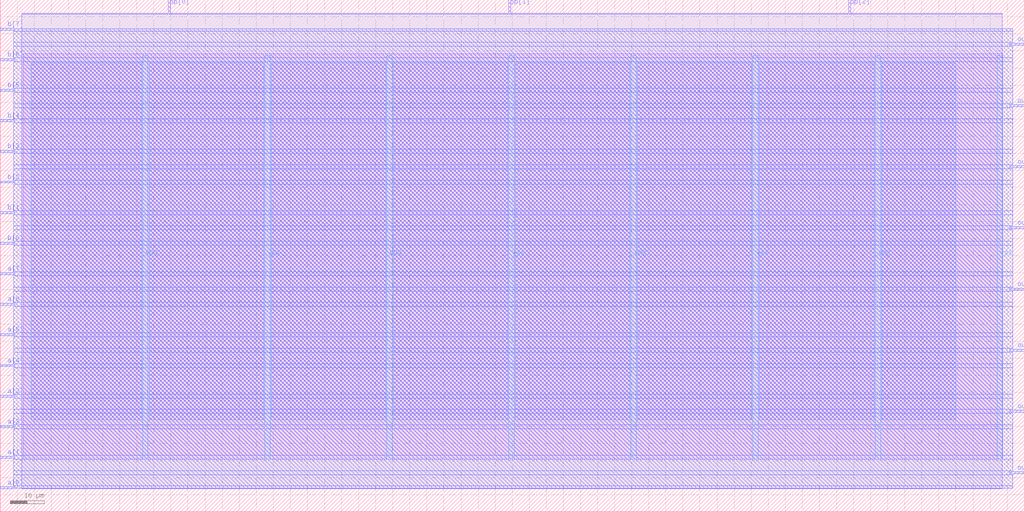
<source format=lef>
VERSION 5.7 ;
  NOWIREEXTENSIONATPIN ON ;
  DIVIDERCHAR "/" ;
  BUSBITCHARS "[]" ;
MACRO fpu8_wrap
  CLASS BLOCK ;
  FOREIGN fpu8_wrap ;
  ORIGIN 0.000 0.000 ;
  SIZE 300.000 BY 150.000 ;
  PIN a[0]
    DIRECTION INPUT ;
    USE SIGNAL ;
    ANTENNAGATEAREA 1.183000 ;
    ANTENNADIFFAREA 0.410400 ;
    PORT
      LAYER Metal3 ;
        RECT 0.000 6.720 4.000 7.280 ;
    END
  END a[0]
  PIN a[1]
    DIRECTION INPUT ;
    USE SIGNAL ;
    ANTENNAGATEAREA 0.498500 ;
    ANTENNADIFFAREA 0.410400 ;
    PORT
      LAYER Metal3 ;
        RECT 0.000 15.680 4.000 16.240 ;
    END
  END a[1]
  PIN a[2]
    DIRECTION INPUT ;
    USE SIGNAL ;
    ANTENNAGATEAREA 0.726000 ;
    ANTENNADIFFAREA 0.410400 ;
    PORT
      LAYER Metal3 ;
        RECT 0.000 24.640 4.000 25.200 ;
    END
  END a[2]
  PIN a[3]
    DIRECTION INPUT ;
    USE SIGNAL ;
    ANTENNAGATEAREA 2.204000 ;
    ANTENNADIFFAREA 0.410400 ;
    PORT
      LAYER Metal3 ;
        RECT 0.000 33.600 4.000 34.160 ;
    END
  END a[3]
  PIN a[4]
    DIRECTION INPUT ;
    USE SIGNAL ;
    ANTENNAGATEAREA 2.204000 ;
    ANTENNADIFFAREA 0.410400 ;
    PORT
      LAYER Metal3 ;
        RECT 0.000 42.560 4.000 43.120 ;
    END
  END a[4]
  PIN a[5]
    DIRECTION INPUT ;
    USE SIGNAL ;
    ANTENNAGATEAREA 2.204000 ;
    ANTENNADIFFAREA 0.410400 ;
    PORT
      LAYER Metal3 ;
        RECT 0.000 51.520 4.000 52.080 ;
    END
  END a[5]
  PIN a[6]
    DIRECTION INPUT ;
    USE SIGNAL ;
    ANTENNAGATEAREA 2.204000 ;
    ANTENNADIFFAREA 0.410400 ;
    PORT
      LAYER Metal3 ;
        RECT 0.000 60.480 4.000 61.040 ;
    END
  END a[6]
  PIN a[7]
    DIRECTION INPUT ;
    USE SIGNAL ;
    ANTENNAGATEAREA 1.102000 ;
    ANTENNADIFFAREA 0.410400 ;
    PORT
      LAYER Metal3 ;
        RECT 0.000 69.440 4.000 70.000 ;
    END
  END a[7]
  PIN b[0]
    DIRECTION INPUT ;
    USE SIGNAL ;
    ANTENNAGATEAREA 0.726000 ;
    ANTENNADIFFAREA 0.410400 ;
    PORT
      LAYER Metal3 ;
        RECT 0.000 78.400 4.000 78.960 ;
    END
  END b[0]
  PIN b[1]
    DIRECTION INPUT ;
    USE SIGNAL ;
    ANTENNAGATEAREA 0.726000 ;
    ANTENNADIFFAREA 0.410400 ;
    PORT
      LAYER Metal3 ;
        RECT 0.000 87.360 4.000 87.920 ;
    END
  END b[1]
  PIN b[2]
    DIRECTION INPUT ;
    USE SIGNAL ;
    ANTENNAGATEAREA 1.102000 ;
    ANTENNADIFFAREA 0.410400 ;
    PORT
      LAYER Metal3 ;
        RECT 0.000 96.320 4.000 96.880 ;
    END
  END b[2]
  PIN b[3]
    DIRECTION INPUT ;
    USE SIGNAL ;
    ANTENNAGATEAREA 1.183000 ;
    ANTENNADIFFAREA 0.410400 ;
    PORT
      LAYER Metal3 ;
        RECT 0.000 105.280 4.000 105.840 ;
    END
  END b[3]
  PIN b[4]
    DIRECTION INPUT ;
    USE SIGNAL ;
    ANTENNAGATEAREA 1.102000 ;
    ANTENNADIFFAREA 0.410400 ;
    PORT
      LAYER Metal3 ;
        RECT 0.000 114.240 4.000 114.800 ;
    END
  END b[4]
  PIN b[5]
    DIRECTION INPUT ;
    USE SIGNAL ;
    ANTENNAGATEAREA 4.408000 ;
    ANTENNADIFFAREA 0.410400 ;
    PORT
      LAYER Metal3 ;
        RECT 0.000 123.200 4.000 123.760 ;
    END
  END b[5]
  PIN b[6]
    DIRECTION INPUT ;
    USE SIGNAL ;
    ANTENNAGATEAREA 4.408000 ;
    ANTENNADIFFAREA 0.410400 ;
    PORT
      LAYER Metal3 ;
        RECT 0.000 132.160 4.000 132.720 ;
    END
  END b[6]
  PIN b[7]
    DIRECTION INPUT ;
    USE SIGNAL ;
    ANTENNAGATEAREA 0.726000 ;
    ANTENNADIFFAREA 0.410400 ;
    PORT
      LAYER Metal3 ;
        RECT 0.000 141.120 4.000 141.680 ;
    END
  END b[7]
  PIN op[0]
    DIRECTION INPUT ;
    USE SIGNAL ;
    ANTENNAGATEAREA 1.102000 ;
    ANTENNADIFFAREA 0.410400 ;
    PORT
      LAYER Metal2 ;
        RECT 49.280 146.000 49.840 150.000 ;
    END
  END op[0]
  PIN op[1]
    DIRECTION INPUT ;
    USE SIGNAL ;
    ANTENNAGATEAREA 0.498500 ;
    ANTENNADIFFAREA 0.410400 ;
    PORT
      LAYER Metal2 ;
        RECT 148.960 146.000 149.520 150.000 ;
    END
  END op[1]
  PIN op[2]
    DIRECTION INPUT ;
    USE SIGNAL ;
    ANTENNAGATEAREA 0.498500 ;
    ANTENNADIFFAREA 0.410400 ;
    PORT
      LAYER Metal2 ;
        RECT 248.640 146.000 249.200 150.000 ;
    END
  END op[2]
  PIN out[0]
    DIRECTION OUTPUT TRISTATE ;
    USE SIGNAL ;
    ANTENNADIFFAREA 2.080400 ;
    PORT
      LAYER Metal3 ;
        RECT 296.000 11.200 300.000 11.760 ;
    END
  END out[0]
  PIN out[1]
    DIRECTION OUTPUT TRISTATE ;
    USE SIGNAL ;
    ANTENNADIFFAREA 1.986000 ;
    PORT
      LAYER Metal3 ;
        RECT 296.000 29.120 300.000 29.680 ;
    END
  END out[1]
  PIN out[2]
    DIRECTION OUTPUT TRISTATE ;
    USE SIGNAL ;
    ANTENNADIFFAREA 2.365600 ;
    PORT
      LAYER Metal3 ;
        RECT 296.000 47.040 300.000 47.600 ;
    END
  END out[2]
  PIN out[3]
    DIRECTION OUTPUT TRISTATE ;
    USE SIGNAL ;
    ANTENNADIFFAREA 2.080400 ;
    PORT
      LAYER Metal3 ;
        RECT 296.000 64.960 300.000 65.520 ;
    END
  END out[3]
  PIN out[4]
    DIRECTION OUTPUT TRISTATE ;
    USE SIGNAL ;
    ANTENNADIFFAREA 1.986000 ;
    PORT
      LAYER Metal3 ;
        RECT 296.000 82.880 300.000 83.440 ;
    END
  END out[4]
  PIN out[5]
    DIRECTION OUTPUT TRISTATE ;
    USE SIGNAL ;
    ANTENNADIFFAREA 2.080400 ;
    PORT
      LAYER Metal3 ;
        RECT 296.000 100.800 300.000 101.360 ;
    END
  END out[5]
  PIN out[6]
    DIRECTION OUTPUT TRISTATE ;
    USE SIGNAL ;
    ANTENNADIFFAREA 2.365600 ;
    PORT
      LAYER Metal3 ;
        RECT 296.000 118.720 300.000 119.280 ;
    END
  END out[6]
  PIN out[7]
    DIRECTION OUTPUT TRISTATE ;
    USE SIGNAL ;
    ANTENNADIFFAREA 2.080400 ;
    PORT
      LAYER Metal3 ;
        RECT 296.000 136.640 300.000 137.200 ;
    END
  END out[7]
  PIN vdd
    DIRECTION INOUT ;
    USE POWER ;
    PORT
      LAYER Metal4 ;
        RECT 41.685 15.380 43.285 133.580 ;
    END
    PORT
      LAYER Metal4 ;
        RECT 113.220 15.380 114.820 133.580 ;
    END
    PORT
      LAYER Metal4 ;
        RECT 184.755 15.380 186.355 133.580 ;
    END
    PORT
      LAYER Metal4 ;
        RECT 256.290 15.380 257.890 133.580 ;
    END
  END vdd
  PIN vss
    DIRECTION INOUT ;
    USE GROUND ;
    PORT
      LAYER Metal4 ;
        RECT 77.450 15.380 79.050 133.580 ;
    END
    PORT
      LAYER Metal4 ;
        RECT 148.985 15.380 150.585 133.580 ;
    END
    PORT
      LAYER Metal4 ;
        RECT 220.520 15.380 222.120 133.580 ;
    END
    PORT
      LAYER Metal4 ;
        RECT 292.055 15.380 293.655 133.580 ;
    END
  END vss
  OBS
      LAYER Metal1 ;
        RECT 6.720 15.380 293.655 134.250 ;
      LAYER Metal2 ;
        RECT 6.300 145.700 48.980 146.000 ;
        RECT 50.140 145.700 148.660 146.000 ;
        RECT 149.820 145.700 248.340 146.000 ;
        RECT 249.500 145.700 293.515 146.000 ;
        RECT 6.300 6.810 293.515 145.700 ;
      LAYER Metal3 ;
        RECT 4.300 140.820 296.660 141.540 ;
        RECT 4.000 137.500 296.660 140.820 ;
        RECT 4.000 136.340 295.700 137.500 ;
        RECT 4.000 133.020 296.660 136.340 ;
        RECT 4.300 131.860 296.660 133.020 ;
        RECT 4.000 124.060 296.660 131.860 ;
        RECT 4.300 122.900 296.660 124.060 ;
        RECT 4.000 119.580 296.660 122.900 ;
        RECT 4.000 118.420 295.700 119.580 ;
        RECT 4.000 115.100 296.660 118.420 ;
        RECT 4.300 113.940 296.660 115.100 ;
        RECT 4.000 106.140 296.660 113.940 ;
        RECT 4.300 104.980 296.660 106.140 ;
        RECT 4.000 101.660 296.660 104.980 ;
        RECT 4.000 100.500 295.700 101.660 ;
        RECT 4.000 97.180 296.660 100.500 ;
        RECT 4.300 96.020 296.660 97.180 ;
        RECT 4.000 88.220 296.660 96.020 ;
        RECT 4.300 87.060 296.660 88.220 ;
        RECT 4.000 83.740 296.660 87.060 ;
        RECT 4.000 82.580 295.700 83.740 ;
        RECT 4.000 79.260 296.660 82.580 ;
        RECT 4.300 78.100 296.660 79.260 ;
        RECT 4.000 70.300 296.660 78.100 ;
        RECT 4.300 69.140 296.660 70.300 ;
        RECT 4.000 65.820 296.660 69.140 ;
        RECT 4.000 64.660 295.700 65.820 ;
        RECT 4.000 61.340 296.660 64.660 ;
        RECT 4.300 60.180 296.660 61.340 ;
        RECT 4.000 52.380 296.660 60.180 ;
        RECT 4.300 51.220 296.660 52.380 ;
        RECT 4.000 47.900 296.660 51.220 ;
        RECT 4.000 46.740 295.700 47.900 ;
        RECT 4.000 43.420 296.660 46.740 ;
        RECT 4.300 42.260 296.660 43.420 ;
        RECT 4.000 34.460 296.660 42.260 ;
        RECT 4.300 33.300 296.660 34.460 ;
        RECT 4.000 29.980 296.660 33.300 ;
        RECT 4.000 28.820 295.700 29.980 ;
        RECT 4.000 25.500 296.660 28.820 ;
        RECT 4.300 24.340 296.660 25.500 ;
        RECT 4.000 16.540 296.660 24.340 ;
        RECT 4.300 15.380 296.660 16.540 ;
        RECT 4.000 12.060 296.660 15.380 ;
        RECT 4.000 10.900 295.700 12.060 ;
        RECT 4.000 7.580 296.660 10.900 ;
        RECT 4.300 6.860 296.660 7.580 ;
      LAYER Metal4 ;
        RECT 9.100 26.970 41.385 131.510 ;
        RECT 43.585 26.970 77.150 131.510 ;
        RECT 79.350 26.970 112.920 131.510 ;
        RECT 115.120 26.970 148.685 131.510 ;
        RECT 150.885 26.970 184.455 131.510 ;
        RECT 186.655 26.970 220.220 131.510 ;
        RECT 222.420 26.970 255.990 131.510 ;
        RECT 258.190 26.970 279.860 131.510 ;
  END
END fpu8_wrap
END LIBRARY


</source>
